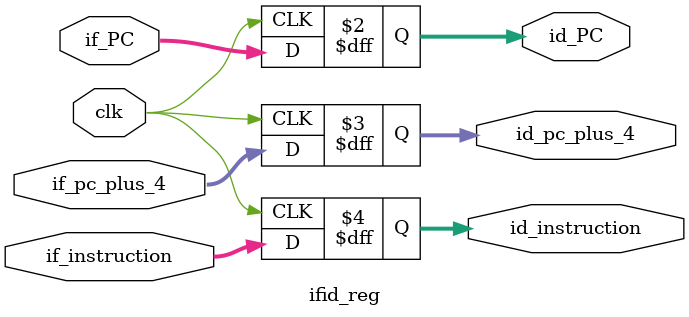
<source format=v>


module ifid_reg #(
  parameter DATA_WIDTH = 32
)(
  // TODO: Add flush or stall signal if it is needed

  //////////////////////////////////////
  // Inputs
  //////////////////////////////////////
  input clk,

  input [DATA_WIDTH-1:0] if_PC,
  input [DATA_WIDTH-1:0] if_pc_plus_4,
  input [DATA_WIDTH-1:0] if_instruction,

  //////////////////////////////////////
  // Outputs
  //////////////////////////////////////
  output [DATA_WIDTH-1:0] id_PC,
  output [DATA_WIDTH-1:0] id_pc_plus_4,
  output [DATA_WIDTH-1:0] id_instruction
);

// TODO: Implement IF/ID pipeline register module

reg [DATA_WIDTH-1:0] id_PC;
reg [DATA_WIDTH-1:0] id_pc_plus_4;
reg [DATA_WIDTH-1:0] id_instruction;

always @(posedge clk) begin
  id_PC <= if_PC;
  id_pc_plus_4 <= if_pc_plus_4;
  id_instruction <= if_instruction;
end

endmodule

</source>
